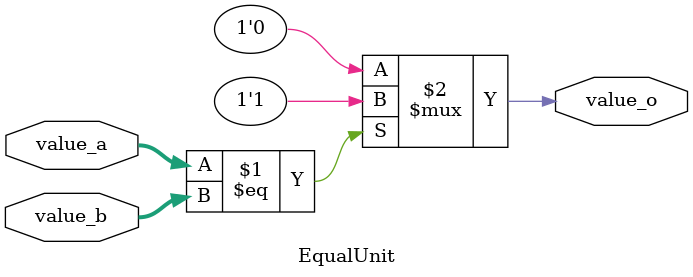
<source format=v>
module EqualUnit (
    input [31:0] value_a, value_b,
    output value_o
);
    assign value_o = ( value_a == value_b ) ? 1'b1 : 1'b0;
endmodule
</source>
